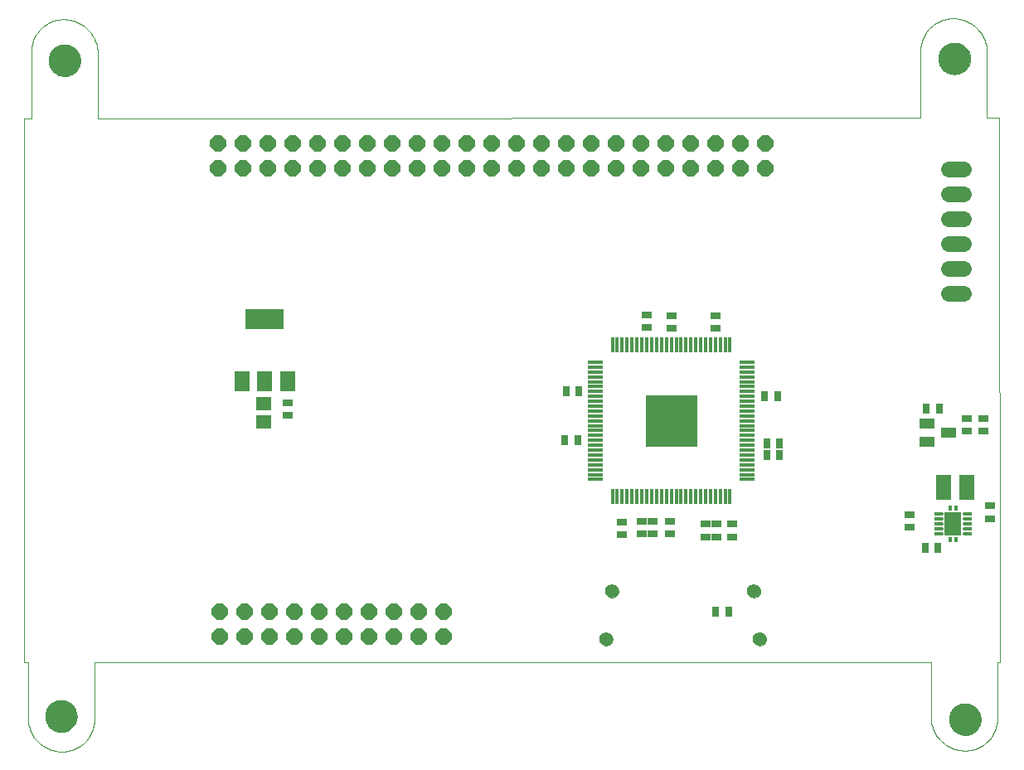
<source format=gts>
G75*
G70*
%OFA0B0*%
%FSLAX24Y24*%
%IPPOS*%
%LPD*%
%AMOC8*
5,1,8,0,0,1.08239X$1,22.5*
%
%ADD10C,0.0000*%
%ADD11C,0.1300*%
%ADD12OC8,0.0640*%
%ADD13R,0.0118X0.0236*%
%ADD14R,0.0669X0.0965*%
%ADD15R,0.0299X0.0138*%
%ADD16C,0.0138*%
%ADD17R,0.0591X0.0985*%
%ADD18R,0.0394X0.0316*%
%ADD19R,0.0316X0.0394*%
%ADD20R,0.0591X0.0434*%
%ADD21R,0.0620X0.0150*%
%ADD22R,0.0150X0.0620*%
%ADD23R,0.2090X0.2090*%
%ADD24C,0.0552*%
%ADD25C,0.0640*%
%ADD26R,0.0631X0.0827*%
%ADD27R,0.1536X0.0827*%
%ADD28R,0.0631X0.0552*%
D10*
X001652Y000107D02*
X001722Y000109D01*
X001792Y000115D01*
X001862Y000124D01*
X001931Y000137D01*
X002000Y000154D01*
X002067Y000175D01*
X002133Y000199D01*
X002197Y000227D01*
X002260Y000258D01*
X002322Y000293D01*
X002381Y000331D01*
X002438Y000372D01*
X002493Y000416D01*
X002545Y000463D01*
X002595Y000513D01*
X002642Y000565D01*
X002686Y000620D01*
X002727Y000677D01*
X002765Y000736D01*
X002800Y000798D01*
X002831Y000861D01*
X002859Y000925D01*
X002883Y000991D01*
X002904Y001058D01*
X002921Y001127D01*
X002934Y001196D01*
X002943Y001266D01*
X002949Y001336D01*
X002951Y001406D01*
X002951Y003690D01*
X036573Y003690D01*
X036573Y001524D01*
X036575Y001452D01*
X036581Y001380D01*
X036590Y001308D01*
X036603Y001237D01*
X036620Y001167D01*
X036640Y001098D01*
X036665Y001030D01*
X036692Y000964D01*
X036723Y000898D01*
X036758Y000835D01*
X036795Y000773D01*
X036836Y000714D01*
X036880Y000657D01*
X036927Y000602D01*
X036977Y000550D01*
X037029Y000500D01*
X037084Y000453D01*
X037141Y000409D01*
X037200Y000368D01*
X037262Y000331D01*
X037325Y000296D01*
X037391Y000265D01*
X037457Y000238D01*
X037525Y000213D01*
X037594Y000193D01*
X037664Y000176D01*
X037735Y000163D01*
X037807Y000154D01*
X037879Y000148D01*
X037951Y000146D01*
X037321Y001406D02*
X037323Y001456D01*
X037329Y001506D01*
X037339Y001555D01*
X037353Y001603D01*
X037370Y001650D01*
X037391Y001695D01*
X037416Y001739D01*
X037444Y001780D01*
X037476Y001819D01*
X037510Y001856D01*
X037547Y001890D01*
X037587Y001920D01*
X037629Y001947D01*
X037673Y001971D01*
X037719Y001992D01*
X037766Y002008D01*
X037814Y002021D01*
X037864Y002030D01*
X037913Y002035D01*
X037964Y002036D01*
X038014Y002033D01*
X038063Y002026D01*
X038112Y002015D01*
X038160Y002000D01*
X038206Y001982D01*
X038251Y001960D01*
X038294Y001934D01*
X038335Y001905D01*
X038374Y001873D01*
X038410Y001838D01*
X038442Y001800D01*
X038472Y001760D01*
X038499Y001717D01*
X038522Y001673D01*
X038541Y001627D01*
X038557Y001579D01*
X038569Y001530D01*
X038577Y001481D01*
X038581Y001431D01*
X038581Y001381D01*
X038577Y001331D01*
X038569Y001282D01*
X038557Y001233D01*
X038541Y001185D01*
X038522Y001139D01*
X038499Y001095D01*
X038472Y001052D01*
X038442Y001012D01*
X038410Y000974D01*
X038374Y000939D01*
X038335Y000907D01*
X038294Y000878D01*
X038251Y000852D01*
X038206Y000830D01*
X038160Y000812D01*
X038112Y000797D01*
X038063Y000786D01*
X038014Y000779D01*
X037964Y000776D01*
X037913Y000777D01*
X037864Y000782D01*
X037814Y000791D01*
X037766Y000804D01*
X037719Y000820D01*
X037673Y000841D01*
X037629Y000865D01*
X037587Y000892D01*
X037547Y000922D01*
X037510Y000956D01*
X037476Y000993D01*
X037444Y001032D01*
X037416Y001073D01*
X037391Y001117D01*
X037370Y001162D01*
X037353Y001209D01*
X037339Y001257D01*
X037329Y001306D01*
X037323Y001356D01*
X037321Y001406D01*
X037951Y000147D02*
X038021Y000149D01*
X038091Y000155D01*
X038161Y000164D01*
X038230Y000177D01*
X038299Y000194D01*
X038366Y000215D01*
X038432Y000239D01*
X038496Y000267D01*
X038559Y000298D01*
X038621Y000333D01*
X038680Y000371D01*
X038737Y000412D01*
X038792Y000456D01*
X038844Y000503D01*
X038894Y000553D01*
X038941Y000605D01*
X038985Y000660D01*
X039026Y000717D01*
X039064Y000776D01*
X039099Y000838D01*
X039130Y000901D01*
X039158Y000965D01*
X039182Y001031D01*
X039203Y001098D01*
X039220Y001167D01*
X039233Y001236D01*
X039242Y001306D01*
X039248Y001376D01*
X039250Y001446D01*
X039250Y003690D01*
X039349Y003690D01*
X039329Y025619D01*
X038837Y025619D01*
X038837Y028217D01*
X036907Y027981D02*
X036909Y028031D01*
X036915Y028081D01*
X036925Y028130D01*
X036939Y028178D01*
X036956Y028225D01*
X036977Y028270D01*
X037002Y028314D01*
X037030Y028355D01*
X037062Y028394D01*
X037096Y028431D01*
X037133Y028465D01*
X037173Y028495D01*
X037215Y028522D01*
X037259Y028546D01*
X037305Y028567D01*
X037352Y028583D01*
X037400Y028596D01*
X037450Y028605D01*
X037499Y028610D01*
X037550Y028611D01*
X037600Y028608D01*
X037649Y028601D01*
X037698Y028590D01*
X037746Y028575D01*
X037792Y028557D01*
X037837Y028535D01*
X037880Y028509D01*
X037921Y028480D01*
X037960Y028448D01*
X037996Y028413D01*
X038028Y028375D01*
X038058Y028335D01*
X038085Y028292D01*
X038108Y028248D01*
X038127Y028202D01*
X038143Y028154D01*
X038155Y028105D01*
X038163Y028056D01*
X038167Y028006D01*
X038167Y027956D01*
X038163Y027906D01*
X038155Y027857D01*
X038143Y027808D01*
X038127Y027760D01*
X038108Y027714D01*
X038085Y027670D01*
X038058Y027627D01*
X038028Y027587D01*
X037996Y027549D01*
X037960Y027514D01*
X037921Y027482D01*
X037880Y027453D01*
X037837Y027427D01*
X037792Y027405D01*
X037746Y027387D01*
X037698Y027372D01*
X037649Y027361D01*
X037600Y027354D01*
X037550Y027351D01*
X037499Y027352D01*
X037450Y027357D01*
X037400Y027366D01*
X037352Y027379D01*
X037305Y027395D01*
X037259Y027416D01*
X037215Y027440D01*
X037173Y027467D01*
X037133Y027497D01*
X037096Y027531D01*
X037062Y027568D01*
X037030Y027607D01*
X037002Y027648D01*
X036977Y027692D01*
X036956Y027737D01*
X036939Y027784D01*
X036925Y027832D01*
X036915Y027881D01*
X036909Y027931D01*
X036907Y027981D01*
X037459Y029595D02*
X037531Y029593D01*
X037603Y029587D01*
X037675Y029578D01*
X037746Y029565D01*
X037816Y029548D01*
X037885Y029528D01*
X037953Y029503D01*
X038019Y029476D01*
X038085Y029445D01*
X038148Y029410D01*
X038210Y029373D01*
X038269Y029332D01*
X038326Y029288D01*
X038381Y029241D01*
X038433Y029191D01*
X038483Y029139D01*
X038530Y029084D01*
X038574Y029027D01*
X038615Y028968D01*
X038652Y028906D01*
X038687Y028843D01*
X038718Y028777D01*
X038745Y028711D01*
X038770Y028643D01*
X038790Y028574D01*
X038807Y028504D01*
X038820Y028433D01*
X038829Y028361D01*
X038835Y028289D01*
X038837Y028217D01*
X037459Y029595D02*
X037389Y029593D01*
X037319Y029587D01*
X037249Y029578D01*
X037180Y029565D01*
X037111Y029548D01*
X037044Y029527D01*
X036978Y029503D01*
X036914Y029475D01*
X036851Y029444D01*
X036789Y029409D01*
X036730Y029371D01*
X036673Y029330D01*
X036618Y029286D01*
X036566Y029239D01*
X036516Y029189D01*
X036469Y029137D01*
X036425Y029082D01*
X036384Y029025D01*
X036346Y028966D01*
X036311Y028904D01*
X036280Y028841D01*
X036252Y028777D01*
X036228Y028711D01*
X036207Y028644D01*
X036190Y028575D01*
X036177Y028506D01*
X036168Y028436D01*
X036162Y028366D01*
X036160Y028296D01*
X036160Y025619D01*
X003089Y025580D01*
X003089Y028178D01*
X001120Y027902D02*
X001122Y027952D01*
X001128Y028002D01*
X001138Y028051D01*
X001152Y028099D01*
X001169Y028146D01*
X001190Y028191D01*
X001215Y028235D01*
X001243Y028276D01*
X001275Y028315D01*
X001309Y028352D01*
X001346Y028386D01*
X001386Y028416D01*
X001428Y028443D01*
X001472Y028467D01*
X001518Y028488D01*
X001565Y028504D01*
X001613Y028517D01*
X001663Y028526D01*
X001712Y028531D01*
X001763Y028532D01*
X001813Y028529D01*
X001862Y028522D01*
X001911Y028511D01*
X001959Y028496D01*
X002005Y028478D01*
X002050Y028456D01*
X002093Y028430D01*
X002134Y028401D01*
X002173Y028369D01*
X002209Y028334D01*
X002241Y028296D01*
X002271Y028256D01*
X002298Y028213D01*
X002321Y028169D01*
X002340Y028123D01*
X002356Y028075D01*
X002368Y028026D01*
X002376Y027977D01*
X002380Y027927D01*
X002380Y027877D01*
X002376Y027827D01*
X002368Y027778D01*
X002356Y027729D01*
X002340Y027681D01*
X002321Y027635D01*
X002298Y027591D01*
X002271Y027548D01*
X002241Y027508D01*
X002209Y027470D01*
X002173Y027435D01*
X002134Y027403D01*
X002093Y027374D01*
X002050Y027348D01*
X002005Y027326D01*
X001959Y027308D01*
X001911Y027293D01*
X001862Y027282D01*
X001813Y027275D01*
X001763Y027272D01*
X001712Y027273D01*
X001663Y027278D01*
X001613Y027287D01*
X001565Y027300D01*
X001518Y027316D01*
X001472Y027337D01*
X001428Y027361D01*
X001386Y027388D01*
X001346Y027418D01*
X001309Y027452D01*
X001275Y027489D01*
X001243Y027528D01*
X001215Y027569D01*
X001190Y027613D01*
X001169Y027658D01*
X001152Y027705D01*
X001138Y027753D01*
X001128Y027802D01*
X001122Y027852D01*
X001120Y027902D01*
X001711Y029556D02*
X001783Y029554D01*
X001855Y029548D01*
X001927Y029539D01*
X001998Y029526D01*
X002068Y029509D01*
X002137Y029489D01*
X002205Y029464D01*
X002271Y029437D01*
X002337Y029406D01*
X002400Y029371D01*
X002462Y029334D01*
X002521Y029293D01*
X002578Y029249D01*
X002633Y029202D01*
X002685Y029152D01*
X002735Y029100D01*
X002782Y029045D01*
X002826Y028988D01*
X002867Y028929D01*
X002904Y028867D01*
X002939Y028804D01*
X002970Y028738D01*
X002997Y028672D01*
X003022Y028604D01*
X003042Y028535D01*
X003059Y028465D01*
X003072Y028394D01*
X003081Y028322D01*
X003087Y028250D01*
X003089Y028178D01*
X001711Y029556D02*
X001641Y029554D01*
X001571Y029548D01*
X001501Y029539D01*
X001432Y029526D01*
X001363Y029509D01*
X001296Y029488D01*
X001230Y029464D01*
X001166Y029436D01*
X001103Y029405D01*
X001041Y029370D01*
X000982Y029332D01*
X000925Y029291D01*
X000870Y029247D01*
X000818Y029200D01*
X000768Y029150D01*
X000721Y029098D01*
X000677Y029043D01*
X000636Y028986D01*
X000598Y028927D01*
X000563Y028865D01*
X000532Y028802D01*
X000504Y028738D01*
X000480Y028672D01*
X000459Y028605D01*
X000442Y028536D01*
X000429Y028467D01*
X000420Y028397D01*
X000414Y028327D01*
X000412Y028257D01*
X000411Y028257D02*
X000411Y025580D01*
X000136Y025580D01*
X000136Y003690D01*
X000274Y003690D01*
X000274Y001485D01*
X000982Y001524D02*
X000984Y001574D01*
X000990Y001624D01*
X001000Y001673D01*
X001014Y001721D01*
X001031Y001768D01*
X001052Y001813D01*
X001077Y001857D01*
X001105Y001898D01*
X001137Y001937D01*
X001171Y001974D01*
X001208Y002008D01*
X001248Y002038D01*
X001290Y002065D01*
X001334Y002089D01*
X001380Y002110D01*
X001427Y002126D01*
X001475Y002139D01*
X001525Y002148D01*
X001574Y002153D01*
X001625Y002154D01*
X001675Y002151D01*
X001724Y002144D01*
X001773Y002133D01*
X001821Y002118D01*
X001867Y002100D01*
X001912Y002078D01*
X001955Y002052D01*
X001996Y002023D01*
X002035Y001991D01*
X002071Y001956D01*
X002103Y001918D01*
X002133Y001878D01*
X002160Y001835D01*
X002183Y001791D01*
X002202Y001745D01*
X002218Y001697D01*
X002230Y001648D01*
X002238Y001599D01*
X002242Y001549D01*
X002242Y001499D01*
X002238Y001449D01*
X002230Y001400D01*
X002218Y001351D01*
X002202Y001303D01*
X002183Y001257D01*
X002160Y001213D01*
X002133Y001170D01*
X002103Y001130D01*
X002071Y001092D01*
X002035Y001057D01*
X001996Y001025D01*
X001955Y000996D01*
X001912Y000970D01*
X001867Y000948D01*
X001821Y000930D01*
X001773Y000915D01*
X001724Y000904D01*
X001675Y000897D01*
X001625Y000894D01*
X001574Y000895D01*
X001525Y000900D01*
X001475Y000909D01*
X001427Y000922D01*
X001380Y000938D01*
X001334Y000959D01*
X001290Y000983D01*
X001248Y001010D01*
X001208Y001040D01*
X001171Y001074D01*
X001137Y001111D01*
X001105Y001150D01*
X001077Y001191D01*
X001052Y001235D01*
X001031Y001280D01*
X001014Y001327D01*
X001000Y001375D01*
X000990Y001424D01*
X000984Y001474D01*
X000982Y001524D01*
X000274Y001485D02*
X000276Y001413D01*
X000282Y001341D01*
X000291Y001269D01*
X000304Y001198D01*
X000321Y001128D01*
X000341Y001059D01*
X000366Y000991D01*
X000393Y000925D01*
X000424Y000859D01*
X000459Y000796D01*
X000496Y000734D01*
X000537Y000675D01*
X000581Y000618D01*
X000628Y000563D01*
X000678Y000511D01*
X000730Y000461D01*
X000785Y000414D01*
X000842Y000370D01*
X000901Y000329D01*
X000963Y000292D01*
X001026Y000257D01*
X001092Y000226D01*
X001158Y000199D01*
X001226Y000174D01*
X001295Y000154D01*
X001365Y000137D01*
X001436Y000124D01*
X001508Y000115D01*
X001580Y000109D01*
X001652Y000107D01*
X023266Y004635D02*
X023268Y004666D01*
X023274Y004697D01*
X023283Y004727D01*
X023296Y004756D01*
X023313Y004783D01*
X023333Y004807D01*
X023355Y004829D01*
X023381Y004848D01*
X023408Y004864D01*
X023437Y004876D01*
X023467Y004885D01*
X023498Y004890D01*
X023530Y004891D01*
X023561Y004888D01*
X023592Y004881D01*
X023622Y004871D01*
X023650Y004857D01*
X023676Y004839D01*
X023700Y004819D01*
X023721Y004795D01*
X023740Y004770D01*
X023755Y004742D01*
X023766Y004713D01*
X023774Y004682D01*
X023778Y004651D01*
X023778Y004619D01*
X023774Y004588D01*
X023766Y004557D01*
X023755Y004528D01*
X023740Y004500D01*
X023721Y004475D01*
X023700Y004451D01*
X023676Y004431D01*
X023650Y004413D01*
X023622Y004399D01*
X023592Y004389D01*
X023561Y004382D01*
X023530Y004379D01*
X023498Y004380D01*
X023467Y004385D01*
X023437Y004394D01*
X023408Y004406D01*
X023381Y004422D01*
X023355Y004441D01*
X023333Y004463D01*
X023313Y004487D01*
X023296Y004514D01*
X023283Y004543D01*
X023274Y004573D01*
X023268Y004604D01*
X023266Y004635D01*
X023502Y006564D02*
X023504Y006595D01*
X023510Y006626D01*
X023519Y006656D01*
X023532Y006685D01*
X023549Y006712D01*
X023569Y006736D01*
X023591Y006758D01*
X023617Y006777D01*
X023644Y006793D01*
X023673Y006805D01*
X023703Y006814D01*
X023734Y006819D01*
X023766Y006820D01*
X023797Y006817D01*
X023828Y006810D01*
X023858Y006800D01*
X023886Y006786D01*
X023912Y006768D01*
X023936Y006748D01*
X023957Y006724D01*
X023976Y006699D01*
X023991Y006671D01*
X024002Y006642D01*
X024010Y006611D01*
X024014Y006580D01*
X024014Y006548D01*
X024010Y006517D01*
X024002Y006486D01*
X023991Y006457D01*
X023976Y006429D01*
X023957Y006404D01*
X023936Y006380D01*
X023912Y006360D01*
X023886Y006342D01*
X023858Y006328D01*
X023828Y006318D01*
X023797Y006311D01*
X023766Y006308D01*
X023734Y006309D01*
X023703Y006314D01*
X023673Y006323D01*
X023644Y006335D01*
X023617Y006351D01*
X023591Y006370D01*
X023569Y006392D01*
X023549Y006416D01*
X023532Y006443D01*
X023519Y006472D01*
X023510Y006502D01*
X023504Y006533D01*
X023502Y006564D01*
X029211Y006564D02*
X029213Y006595D01*
X029219Y006626D01*
X029228Y006656D01*
X029241Y006685D01*
X029258Y006712D01*
X029278Y006736D01*
X029300Y006758D01*
X029326Y006777D01*
X029353Y006793D01*
X029382Y006805D01*
X029412Y006814D01*
X029443Y006819D01*
X029475Y006820D01*
X029506Y006817D01*
X029537Y006810D01*
X029567Y006800D01*
X029595Y006786D01*
X029621Y006768D01*
X029645Y006748D01*
X029666Y006724D01*
X029685Y006699D01*
X029700Y006671D01*
X029711Y006642D01*
X029719Y006611D01*
X029723Y006580D01*
X029723Y006548D01*
X029719Y006517D01*
X029711Y006486D01*
X029700Y006457D01*
X029685Y006429D01*
X029666Y006404D01*
X029645Y006380D01*
X029621Y006360D01*
X029595Y006342D01*
X029567Y006328D01*
X029537Y006318D01*
X029506Y006311D01*
X029475Y006308D01*
X029443Y006309D01*
X029412Y006314D01*
X029382Y006323D01*
X029353Y006335D01*
X029326Y006351D01*
X029300Y006370D01*
X029278Y006392D01*
X029258Y006416D01*
X029241Y006443D01*
X029228Y006472D01*
X029219Y006502D01*
X029213Y006533D01*
X029211Y006564D01*
X029447Y004635D02*
X029449Y004666D01*
X029455Y004697D01*
X029464Y004727D01*
X029477Y004756D01*
X029494Y004783D01*
X029514Y004807D01*
X029536Y004829D01*
X029562Y004848D01*
X029589Y004864D01*
X029618Y004876D01*
X029648Y004885D01*
X029679Y004890D01*
X029711Y004891D01*
X029742Y004888D01*
X029773Y004881D01*
X029803Y004871D01*
X029831Y004857D01*
X029857Y004839D01*
X029881Y004819D01*
X029902Y004795D01*
X029921Y004770D01*
X029936Y004742D01*
X029947Y004713D01*
X029955Y004682D01*
X029959Y004651D01*
X029959Y004619D01*
X029955Y004588D01*
X029947Y004557D01*
X029936Y004528D01*
X029921Y004500D01*
X029902Y004475D01*
X029881Y004451D01*
X029857Y004431D01*
X029831Y004413D01*
X029803Y004399D01*
X029773Y004389D01*
X029742Y004382D01*
X029711Y004379D01*
X029679Y004380D01*
X029648Y004385D01*
X029618Y004394D01*
X029589Y004406D01*
X029562Y004422D01*
X029536Y004441D01*
X029514Y004463D01*
X029494Y004487D01*
X029477Y004514D01*
X029464Y004543D01*
X029455Y004573D01*
X029449Y004604D01*
X029447Y004635D01*
D11*
X037951Y001406D03*
X037537Y027981D03*
X001750Y027902D03*
X001612Y001524D03*
D12*
X007978Y004725D03*
X008978Y004725D03*
X009978Y004725D03*
X010978Y004725D03*
X011978Y004725D03*
X012978Y004725D03*
X013978Y004725D03*
X014978Y004725D03*
X015978Y004725D03*
X016978Y004725D03*
X016978Y005725D03*
X015978Y005725D03*
X014978Y005725D03*
X013978Y005725D03*
X012978Y005725D03*
X011978Y005725D03*
X010978Y005725D03*
X009978Y005725D03*
X008978Y005725D03*
X007978Y005725D03*
X007935Y023583D03*
X008935Y023583D03*
X009935Y023583D03*
X010935Y023583D03*
X011935Y023583D03*
X012935Y023583D03*
X013935Y023583D03*
X014935Y023583D03*
X015935Y023583D03*
X016935Y023583D03*
X017935Y023583D03*
X018935Y023583D03*
X019935Y023583D03*
X020935Y023583D03*
X021935Y023583D03*
X022935Y023583D03*
X023935Y023583D03*
X024935Y023583D03*
X025935Y023583D03*
X026935Y023583D03*
X027935Y023583D03*
X028935Y023583D03*
X029935Y023583D03*
X029935Y024583D03*
X028935Y024583D03*
X027935Y024583D03*
X026935Y024583D03*
X025935Y024583D03*
X024935Y024583D03*
X023935Y024583D03*
X022935Y024583D03*
X021935Y024583D03*
X020935Y024583D03*
X019935Y024583D03*
X018935Y024583D03*
X017935Y024583D03*
X016935Y024583D03*
X015935Y024583D03*
X014935Y024583D03*
X013935Y024583D03*
X012935Y024583D03*
X011935Y024583D03*
X010935Y024583D03*
X009935Y024583D03*
X008935Y024583D03*
X007935Y024583D03*
D13*
X037361Y009903D03*
X037577Y009903D03*
X037577Y008624D03*
X037361Y008624D03*
D14*
X037469Y009263D03*
D15*
X038077Y009263D03*
X038077Y009067D03*
X038077Y008870D03*
X038077Y009460D03*
X038077Y009657D03*
X036861Y009657D03*
X036861Y009460D03*
X036861Y009263D03*
X036861Y009067D03*
X036861Y008870D03*
D16*
X037010Y008870D03*
X037010Y009067D03*
X037010Y009263D03*
X037010Y009460D03*
X037010Y009657D03*
X037928Y009657D03*
X037928Y009460D03*
X037928Y009263D03*
X037928Y009067D03*
X037928Y008870D03*
D17*
X038020Y010720D03*
X037075Y010720D03*
D18*
X035737Y009637D03*
X035737Y009126D03*
X038965Y009480D03*
X038965Y009992D03*
X038699Y013001D03*
X038699Y013513D03*
X038030Y013513D03*
X038030Y013001D03*
X028581Y009261D03*
X027951Y009261D03*
X027518Y009261D03*
X027518Y008749D03*
X027951Y008749D03*
X028581Y008749D03*
X026100Y008867D03*
X026100Y009379D03*
X025392Y009379D03*
X024959Y009379D03*
X024959Y008867D03*
X025392Y008867D03*
X024171Y008828D03*
X024171Y009339D03*
X025156Y017174D03*
X025156Y017686D03*
X026140Y017646D03*
X026140Y017135D03*
X027911Y017135D03*
X027911Y017646D03*
X010707Y014143D03*
X010707Y013631D03*
D19*
X021868Y012627D03*
X022380Y012627D03*
X022419Y014595D03*
X021908Y014595D03*
X029900Y014398D03*
X030411Y014398D03*
X030490Y012509D03*
X029978Y012509D03*
X029978Y012036D03*
X030490Y012036D03*
X036396Y013887D03*
X036908Y013887D03*
X036859Y008319D03*
X036347Y008319D03*
X028443Y005737D03*
X027931Y005737D03*
D20*
X036415Y012568D03*
X036415Y013316D03*
X037282Y012942D03*
D21*
X029180Y013024D03*
X029180Y013214D03*
X029180Y013414D03*
X029180Y013614D03*
X029180Y013804D03*
X029180Y014004D03*
X029180Y014204D03*
X029180Y014394D03*
X029180Y014594D03*
X029180Y014794D03*
X029180Y014984D03*
X029180Y015184D03*
X029180Y015384D03*
X029180Y015584D03*
X029180Y015774D03*
X029180Y012824D03*
X029180Y012624D03*
X029180Y012434D03*
X029180Y012234D03*
X029180Y012034D03*
X029180Y011844D03*
X029180Y011644D03*
X029180Y011444D03*
X029180Y011244D03*
X029180Y011054D03*
X023100Y011054D03*
X023100Y011244D03*
X023100Y011444D03*
X023100Y011644D03*
X023100Y011844D03*
X023100Y012034D03*
X023100Y012234D03*
X023100Y012434D03*
X023100Y012624D03*
X023100Y012824D03*
X023100Y013024D03*
X023100Y013214D03*
X023100Y013414D03*
X023100Y013614D03*
X023100Y013804D03*
X023100Y014004D03*
X023100Y014204D03*
X023100Y014394D03*
X023100Y014594D03*
X023100Y014794D03*
X023100Y014984D03*
X023100Y015184D03*
X023100Y015384D03*
X023100Y015584D03*
X023100Y015774D03*
D22*
X023780Y016454D03*
X023970Y016454D03*
X024170Y016454D03*
X024370Y016454D03*
X024570Y016454D03*
X024760Y016454D03*
X024960Y016454D03*
X025160Y016454D03*
X025350Y016454D03*
X025550Y016454D03*
X025750Y016454D03*
X025940Y016454D03*
X026140Y016454D03*
X026340Y016454D03*
X026530Y016454D03*
X026730Y016454D03*
X026930Y016454D03*
X027120Y016454D03*
X027320Y016454D03*
X027520Y016454D03*
X027710Y016454D03*
X027910Y016454D03*
X028110Y016454D03*
X028310Y016454D03*
X028500Y016454D03*
X028500Y010374D03*
X028310Y010374D03*
X028110Y010374D03*
X027910Y010374D03*
X027710Y010374D03*
X027520Y010374D03*
X027320Y010374D03*
X027120Y010374D03*
X026930Y010374D03*
X026730Y010374D03*
X026530Y010374D03*
X026340Y010374D03*
X026140Y010374D03*
X025940Y010374D03*
X025750Y010374D03*
X025550Y010374D03*
X025350Y010374D03*
X025160Y010374D03*
X024960Y010374D03*
X024760Y010374D03*
X024570Y010374D03*
X024370Y010374D03*
X024170Y010374D03*
X023970Y010374D03*
X023780Y010374D03*
D23*
X026150Y013394D03*
D24*
X023758Y006564D03*
X023522Y004635D03*
X029703Y004635D03*
X029467Y006564D03*
D25*
X037297Y018552D02*
X037897Y018552D01*
X037897Y019552D02*
X037297Y019552D01*
X037297Y020552D02*
X037897Y020552D01*
X037897Y021552D02*
X037297Y021552D01*
X037297Y022552D02*
X037897Y022552D01*
X037897Y023552D02*
X037297Y023552D01*
D26*
X010707Y015009D03*
X009801Y015009D03*
X008896Y015009D03*
D27*
X009801Y017489D03*
D28*
X009762Y014103D03*
X009762Y013355D03*
M02*

</source>
